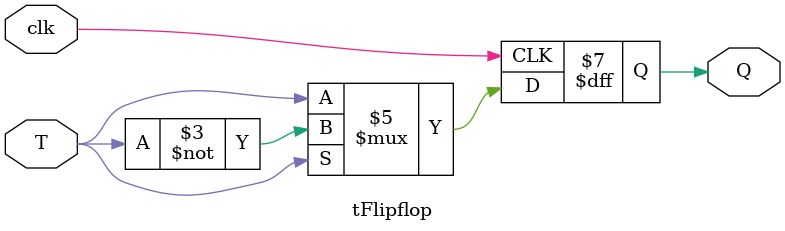
<source format=v>
module tFlipflop (T, clk, Q);

input T, clk; 

output reg Q;

always @ (posedge clk) begin
// if (~reset) begin
  // q <= 1'b0;
// end else
	if (T==1'b1) begin
		Q <= ~T;
	end else begin
		Q <= T;
	end

	// Q <= ~T;

end

endmodule

</source>
